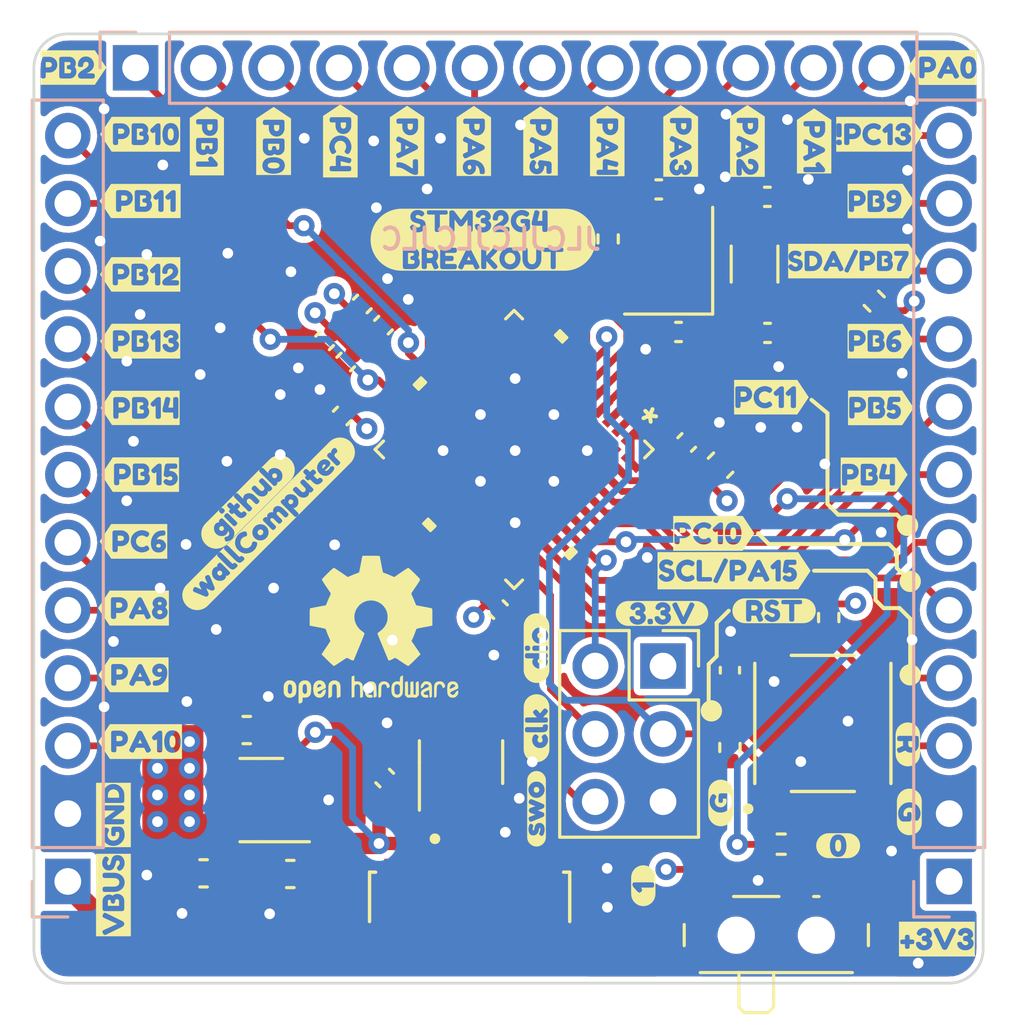
<source format=kicad_pcb>
(kicad_pcb (version 20211014) (generator pcbnew)
  (layers (0 "F.Cu" signal) (1 "In1.Cu" signal) (2 "In2.Cu" signal) (31 "B.Cu" signal) (34 "B.Paste" user) (35 "F.Paste" user) (36 "B.SilkS" user "B.Silkscreen") (37 "F.SilkS" user "F.Silkscreen") (38 "B.Mask" user) (39 "F.Mask" user) (44 "Edge.Cuts" user))
  (net 0 "")
  (net 1 "+3V3")
  (net 2 "GND")
  (net 3 "/OSC32_IN")
  (net 4 "/OSC_IN")
  (net 5 "/OSC32_OUT")
  (net 6 "VBUS")
  (net 7 "/USB_C_D+")
  (net 8 "/USB_C_D-")
  (net 10 "Net-(R2-Pad2)")
  (net 11 "/PA_{13}_SWDIO")
  (net 12 "/PA_{14}_SWCLK")
  (net 13 "/PB_{3}_SWO")
  (net 14 "/PB_{8}_BOOT_{0}")
  (net 15 "/OSC_OUT")
  (net 16 "PC_{13}")
  (net 17 "PA_{0}")
  (net 18 "PA_{1}")
  (net 19 "PA_{2}")
  (net 20 "PA_{3}")
  (net 21 "PA_{4}")
  (net 22 "PA_{5}")
  (net 23 "PA_{6}")
  (net 24 "PA_{7}")
  (net 25 "PC_{4}")
  (net 26 "PB_{0}")
  (net 27 "PB_{1}")
  (net 28 "PB_{2}")
  (net 29 "PB_{10}")
  (net 30 "PB_{11}")
  (net 31 "PB_{12}")
  (net 32 "PB_{13}")
  (net 33 "PB_{14}")
  (net 34 "PB_{15}")
  (net 35 "PC_{6}")
  (net 36 "PA_{8}")
  (net 37 "PA_{9}")
  (net 38 "PA_{10}")
  (net 39 "USB_D-")
  (net 40 "USB_D+")
  (net 41 "PA_{15}")
  (net 42 "PC_{10}")
  (net 43 "PC_{11}")
  (net 44 "PB_{4}")
  (net 45 "PB_{5}")
  (net 46 "PB_{6}")
  (net 47 "PB_{7}")
  (net 48 "PB_{9}")
  (net 49 "Net-(C14-Pad1)")
  (net 50 "Net-(C16-Pad1)")
  (net 51 "unconnected-(J1-PadS1)")
  (net 52 "~{RST}")
  (footprint "kibuzzard-625EB17A" (layer "F.Cu") (at 94 114.5 -90)
    (fp_text reference "kibuzzard-625EB17A" hide)
    (fp_text value "G***" hide)
  )
  (footprint "kibuzzard-625EB11D" (layer "F.Cu") (at 83.75 114.5 -90)
    (fp_text reference "kibuzzard-625EB11D" hide)
    (fp_text value "G***" hide)
  )
  (footprint "kibuzzard-625EABA6" (layer "F.Cu") (at 68.75 127)
    (fp_text reference "kibuzzard-625EABA6" hide)
    (fp_text value "G***" hide)
  )
  (footprint "kibuzzard-625C3321" (layer "F.Cu") (at 83.6 133.5 90)
    (fp_text reference "kibuzzard-625C3321" hide)
    (fp_text value "G***" hide)
  )
  (footprint "Resistor_SMD:R_0402_1005Metric" (layer "F.Cu") (at 90.845 137.222 -90)
    (fp_text reference "R1" hide)
    (fp_text value "10KΩ" hide)
  )
  (footprint "kibuzzard-625C2F2F" (layer "F.Cu") (at 98.6 144.4)
    (fp_text reference "kibuzzard-625C2F2F" hide)
    (fp_text value "G***" hide)
  )
  (footprint "Resistor_SMD:R_0402_1005Metric" (layer "F.Cu") (at 94.547 132.355 90)
    (fp_text reference "R4" hide)
    (fp_text value "2.2KΩ" hide)
  )
  (footprint "kibuzzard-625F331C" (layer "F.Cu") (at 72.792 128.024 45)
    (fp_text reference "kibuzzard-625F331C" hide)
    (fp_text value "G***" hide)
  )
  (footprint "kibuzzard-625EB0F6" (layer "F.Cu") (at 78.75 114.5 -90)
    (fp_text reference "kibuzzard-625EB0F6" hide)
    (fp_text value "G***" hide)
  )
  (footprint "kibuzzard-625EF765" (layer "F.Cu") (at 92.5 132.1)
    (fp_text reference "kibuzzard-625EF765" hide)
    (fp_text value "G***" hide)
  )
  (footprint "Resistor_SMD:R_0402_1005Metric" (layer "F.Cu") (at 92.766 140.843)
    (fp_text reference "R2" hide)
    (fp_text value "10KΩ" hide)
  )
  (footprint "Connector_PinSocket_2.54mm:PinSocket_2x03_P2.54mm_Vertical" (layer "F.Cu") (at 88.339 134.172)
    (fp_text reference "J2" hide)
    (fp_text value "Conn_02x03_Odd_Even" hide)
  )
  (footprint "Symbol:OSHW-Logo2_7.3x6mm_SilkScreen" (layer "F.Cu") (at 77.4 132.8)
    (fp_text reference "REF**" hide)
    (fp_text value "OSHW-Logo2_7.3x6mm_SilkScreen" hide)
  )
  (footprint "Resistor_SMD:R_0402_1005Metric" (layer "F.Cu") (at 96.25 120.5 -45)
    (fp_text reference "R5" hide)
    (fp_text value "2.2KΩ" hide)
  )
  (footprint "Capacitor_SMD:C_0402_1005Metric" (layer "F.Cu") (at 77.912 138.366 135)
    (fp_text reference "C13" hide)
    (fp_text value "100nF" hide)
  )
  (footprint "Resistor_SMD:R_0402_1005Metric" (layer "F.Cu") (at 86.282142 118.169968 -90)
    (fp_text reference "R3" hide)
    (fp_text value "470Ω" hide)
  )
  (footprint "kibuzzard-625EB2BE" (layer "F.Cu") (at 96.25 127)
    (fp_text reference "kibuzzard-625EB2BE" hide)
    (fp_text value "G***" hide)
  )
  (footprint "Capacitor_SMD:C_0402_1005Metric" (layer "F.Cu") (at 77.866115 121.400287 45)
    (fp_text reference "C11" hide)
    (fp_text value "1µF" hide)
  )
  (footprint "kibuzzard-625EB275" (layer "F.Cu") (at 95.5 119)
    (fp_text reference "kibuzzard-625EB275" hide)
    (fp_text value "G***" hide)
  )
  (footprint "Capacitor_SMD:C_0402_1005Metric" (layer "F.Cu") (at 92.247999 116.593)
    (fp_text reference "C12" hide)
    (fp_text value "15pF" hide)
  )
  (footprint "kibuzzard-625EABB3" (layer "F.Cu") (at 68.5 129.5)
    (fp_text reference "kibuzzard-625EABB3" hide)
    (fp_text value "G***" hide)
  )
  (footprint "kibuzzard-625C2A9D" (layer "F.Cu") (at 67.75 142.75 90)
    (fp_text reference "kibuzzard-625C2A9D" hide)
    (fp_text value "G***" hide)
  )
  (footprint "Capacitor_SMD:C_0402_1005Metric" (layer "F.Cu") (at 77.074156 120.608327 45)
    (fp_text reference "C9" hide)
    (fp_text value "100nF" hide)
  )
  (footprint "kibuzzard-625EAB92" (layer "F.Cu") (at 68.75 122)
    (fp_text reference "kibuzzard-625EAB92" hide)
    (fp_text value "G***" hide)
  )
  (footprint "Capacitor_SMD:C_0402_1005Metric" (layer "F.Cu") (at 89.225589 125.795411 45)
    (fp_text reference "C6" hide)
    (fp_text value "100nF" hide)
  )
  (footprint "MOLEX_473460001:MOLEX_47346-0001" (layer "F.Cu") (at 81.094 144.742)
    (fp_text reference "J1" hide)
    (fp_text value "47346-0001" hide)
  )
  (footprint "Capacitor_SMD:C_0402_1005Metric" (layer "F.Cu") (at 76.319672 124.803592 -135)
    (fp_text reference "C10" hide)
    (fp_text value "100nF" hide)
  )
  (footprint "kibuzzard-625EAB72" (layer "F.Cu") (at 68.75 119.5)
    (fp_text reference "kibuzzard-625EAB72" hide)
    (fp_text value "G***" hide)
  )
  (footprint "Capacitor_SMD:C_0402_1005Metric" (layer "F.Cu") (at 88.919142 121.655967 180)
    (fp_text reference "C7" hide)
    (fp_text value "15pF" hide)
  )
  (footprint "kibuzzard-625EABD7" (layer "F.Cu") (at 68.5 134.5)
    (fp_text reference "kibuzzard-625EABD7" hide)
    (fp_text value "G***" hide)
  )
  (footprint "kibuzzard-625EB2AC" (layer "F.Cu") (at 96.5 124.5)
    (fp_text reference "kibuzzard-625EB2AC" hide)
    (fp_text value "G***" hide)
  )
  (footprint "kibuzzard-625EAB2F" (layer "F.Cu") (at 68.75 116.75)
    (fp_text reference "kibuzzard-625EAB2F" hide)
    (fp_text value "G***" hide)
  )
  (footprint "kibuzzard-625EDF71" (layer "F.Cu") (at 90.5 139.3 90)
    (fp_text reference "kibuzzard-625EDF71" hide)
    (fp_text value "G***" hide)
  )
  (footprint "kibuzzard-625EB3ED" (layer "F.Cu") (at 91 130.6)
    (fp_text reference "kibuzzard-625EB3ED" hide)
    (fp_text value "G***" hide)
  )
  (footprint "kibuzzard-625EAB9B" (layer "F.Cu") (at 68.75 124.5)
    (fp_text reference "kibuzzard-625EAB9B" hide)
    (fp_text value "G***" hide)
  )
  (footprint "kibuzzard-625EB149" (layer "F.Cu") (at 89 114.5 -90)
    (fp_text reference "kibuzzard-625EB149" hide)
    (fp_text value "G***" hide)
  )
  (footprint "kibuzzard-625EF5DE" (layer "F.Cu") (at 97.51 137.106 -90)
    (fp_text reference "kibuzzard-625EF5DE" hide)
    (fp_text value "G***" hide)
  )
  (footprint "kibuzzard-625C3253" (layer "F.Cu") (at 87.6 142.4 90)
    (fp_text reference "kibuzzard-625C3253" hide)
    (fp_text value "G***" hide)
  )
  (footprint "kibuzzard-625EACF4" (layer "F.Cu") (at 76.25 114.5 -90)
    (fp_text reference "kibuzzard-625EACF4" hide)
    (fp_text value "G***" hide)
  )
  (footprint "kibuzzard-625EB29C" (layer "F.Cu") (at 96.5 122)
    (fp_text reference "kibuzzard-625EB29C" hide)
    (fp_text value "G***" hide)
  )
  (footprint "Capacitor_SMD:C_0603_1608Metric" (layer "F.Cu") (at 71.1265 141.936 180)
    (fp_text reference "C17" hide)
    (fp_text value "10µF" hide)
  )
  (footprint "kibuzzard-625EB131" (layer "F.Cu") (at 86.25 114.5 -90)
    (fp_text reference "kibuzzard-625EB131" hide)
    (fp_text value "G***" hide)
  )
  (footprint "kibuzzard-625F32F4" (layer "F.Cu") (at 73.563 128.843 45)
    (fp_text reference "kibuzzard-625F32F4" hide)
    (fp_text value "G***" hide)
  )
  (footprint "Capacitor_SMD:C_0402_1005Metric" (layer "F.Cu") (at 76.452609 122.781267 -135)
    (fp_text reference "C1" hide)
    (fp_text value "100nF" hide)
  )
  (footprint "Capacitor_SMD:C_0402_1005Metric" (layer "F.Cu") (at 92.254 121.690999)
    (fp_text reference "C3" hide)
    (fp_text value "15pF" hide)
  )
  (footprint "Capacitor_SMD:C_0603_1608Metric" (layer "F.Cu") (at 74.3765 141.961 180)
    (fp_text reference "C15" hide)
    (fp_text value "10µF" hide)
  )
  (footprint "kibuzzard-625EAC98" (layer "F.Cu") (at 71.25 114.5 -90)
    (fp_text reference "kibuzzard-625EAC98" hide)
    (fp_text value "G***" hide)
  )
  (footprint "Capacitor_SMD:C_0402_1005Metric" (layer "F.Cu") (at 88.179142 116.315967)
    (fp_text reference "C14" hide)
    (fp_text value "15pF" hide)
  )
  (footprint "STM32G431CBU6:STM32G431CBU6" (layer "F.Cu") (at 82.76 126.058 -135)
    (fp_text reference "U1" hide)
    (fp_text value "STM32G431CBU6" hide)
  )
  (footprint "kibuzzard-625C2AA9" (layer "F.Cu") (at 67.75 139.75 90)
    (fp_text reference "kibuzzard-625C2AA9" hide)
    (fp_text value "G***" hide)
  )
  (footprint "Capacitor_SMD:C_0402_1005Metric" (layer "F.Cu") (at 75.660649 121.989307 -135)
    (fp_text reference "C2" hide)
    (fp_text value "1µF" hide)
  )
  (footprint "Capacitor_SMD:C_0402_1005Metric" (layer "F.Cu") (at 90.845 134.327 90)
    (fp_text reference "C4" hide)
    (fp_text value "100nF" hide)
  )
  (footprint "kibuzzard-625C332D" (layer "F.Cu") (at 83.6 139.518 90)
    (fp_text reference "kibuzzard-625C332D" hide)
    (fp_text value "G***" hide)
  )
  (footprint "Capacitor_SMD:C_0603_1608Metric" (layer "F.Cu") (at 72.7435 136.569)
    (fp_text reference "C16" hide)
    (fp_text value "10µF" hide)
  )
  (footprint "kibuzzard-625C321F" (layer "F.Cu") (at 94.9 140.9)
    (fp_text reference "kibuzzard-625C321F" hide)
    (fp_text value "G***" hide)
  )
  (footprint "kibuzzard-625EF74A" (layer "F.Cu") (at 88.3 132.2)
    (fp_text reference "kibuzzard-625EF74A" hide)
    (fp_text value "G***" hide)
  )
  (footprint "kibuzzard-625EA97F" (layer "F.Cu") (at 66.25 111.75)
    (fp_text reference "kibuzzard-625EA97F" hide)
    (fp_text value "G***" hide)
  )
  (footprint "kibuzzard-625EB164" (layer "F.Cu") (at 91.5 114.5 -90)
    (fp_text reference "kibuzzard-625EB164" hide)
    (fp_text value "G***" hide)
  )
  (footprint "kibuzzard-625EB109" (layer "F.Cu") (at 81.25 114.5 -90)
    (fp_text reference "kibuzzard-625EB109" hide)
    (fp_text value "G***" hide)
  )
  (footprint "Crystal:Crystal_SMD_3225-4Pin_3.2x2.5mm" (layer "F.Cu") (at 88.549141 118.985967 90)
    (fp_text reference "Y2" hide)
    (fp_text value "Crystal_GND24_Small" hide)
  )
  (footprint "kibuzzard-625EDF71" (layer "F.Cu") (at 97.567 139.635 -90)
    (fp_text reference "kibuzzard-625EDF71" hide)
    (fp_text value "G***" hide)
  )
  (footprint "kibuzzard-625C3562" (layer "F.Cu") (at 81.6 118.2)
    (fp_text reference "kibuzzard-625C3562" hide)
    (fp_text value "G***" hide)
  )
  (footprint "Crystal:Crystal_SMD_3215-2Pin_3.2x1.5mm" (layer "F.Cu") (at 91.768 119.113 -90)
    (fp_text reference "Y1" hide)
    (fp_text value "Crystal_Small" hide)
  )
  (footprint "kibuzzard-625EAC54" (layer "F.Cu") (at 73.75 114.5 -90)
    (fp_text reference "kibuzzard-625EAC54" hide)
    (fp_text value "G***" hide)
  )
  (footprint "Button_Switch_SMD:SW_SPDT_PCM12" (layer "F.Cu") (at 92.583 143.924)
    (fp_text reference "SW1" hide)
    (fp_text value "SW_SPDT" hide)
  )
  (footprint "kibuzzard-625EABEB" (layer "F.Cu") (at 68.75 137)
    (fp_text reference "kibuzzard-625EABEB" hide)
    (fp_text value "G***" hide)
  )
  (footprint "kibuzzard-625EB1FB" (layer "F.Cu") (at 96.5 116.75)
    (fp_text reference "kibuzzard-625EB1FB" hide)
    (fp_text value "G***" hide)
  )
  (footprint "kibuzzard-625F2D40" (layer "F.Cu") (at 98.8 111.75)
    (fp_text reference "kibuzzard-625F2D40" hide)
    (fp_text value "G***" hide)
  )
  (footprint "kibuzzard-625EF7B7" (layer "F.Cu") (at 96.45 114.25)
    (fp_text reference "kibuzzard-625EF7B7" hide)
    (fp_text value "G***" hide)
  )
  (footprint "TS-1187A-B-A-B:SW_TS-1187A-B-A-B" (layer "F.Cu") (at 94.327 136.3205 90)
    (fp_text reference "S1" hide)
    (fp_text value "TS-1187A-B-A-B" hide)
  )
  (footprint "Capacitor_SMD:C_0603_1608Metric" (layer "F.Cu") (at 90.494846 126.647475 45)
    (fp_text reference "C5" hide)
    (fp_text value "10µF" hide)
  )
  (footprint "Capacitor_SMD:C_0402_1005Metric" (layer "F.Cu") (at 82.173823 132.057 -45)
    (fp_text reference "C8" hide)
    (fp_text value "100nF" hide)
  )
  (footprint "kibuzzard-625EB353" (layer "F.Cu") (at 92.4 124.1)
    (fp_text reference "kibuzzard-625EB353" hide)
    (fp_text value "G***" hide)
  )
  (footprint "Package_TO_SOT_SMD:SOT-23-5" (layer "F.Cu") (at 73.289 139.192 180)
    (fp_text reference "U3" hide)
    (fp_text value "TPS73633DBV" hide)
  )
  (footprint "kibuzzard-625C3326" (layer "F.Cu") (at 83.6 136.5 90)
    (fp_text reference "kibuzzard-625C3326" hide)
    (fp_text value "G***" hide)
  )
  (footprint "Package_TO_SOT_SMD:SOT-23-6" (layer "F.Cu") (at 80.772 137.7696 90)
    (fp_text reference "U2" hide)
    (fp_text value "USBLC6-2SC6" hide)
  )
  (footprint "kibuzzard-625EB36F" (layer "F.Cu") (at 90.24 129.2)
    (fp_text reference "kibuzzard-625EB36F" hide)
    (fp_text value "G***" hide)
  )
  (footprint "kibuzzard-625EA961" (layer "F.Cu") (at 68.75 114.25)
    (fp_text reference "kibuzzard-625EA961" hide)
    (fp_text value "G***" hide)
  )
  (footprint "kibuzzard-625EABC2" (layer "F.Cu") (at 68.5 132)
    (fp_text reference "kibuzzard-625EABC2" hide)
    (fp_text value "G***" hide)
  )
  (footprint "Connector_PinHeader_2.54mm:PinHeader_1x12_P2.54mm_Vertical" (layer "B.Cu") (at 99.06 142.24)
    (fp_text reference "J5" hide)
    (fp_text value "Conn_01x12" hide)
  )
  (footprint "Connector_PinHeader_2.54mm:PinHeader_1x12_P2.54mm_Vertical" (layer "B.Cu") (at 68.58 111.76 -90)
    (fp_text reference "J4" hide)
    (fp_text value "Conn_01x12" hide)
  )
  (footprint "Connector_PinHeader_2.54mm:PinHeader_1x12_P2.54mm_Vertical" (layer "B.Cu") (at 66.04 142.24)
    (fp_text reference "J3" hide)
    (fp_text value "Conn_01x12" hide)
  )
  (gr_circle (center 97.5 128.9) (end 97.7 128.9) (layer "F.SilkS") (width 0.4) (fill none))
  (gr_line (start 90.35 132.55) (end 90.35 133.8) (layer "F.SilkS") (width 0.15))
  (gr_circle (center 90.15 135.85) (end 90.35 135.85) (layer "F.SilkS") (width 0.4) (fill none))
  (gr_line (start 97.1 128.5) (end 97.5 128.9) (layer "F.SilkS") (width 0.15))
  (gr_line (start 96.3 131.7) (end 96.3 130.9) (layer "F.SilkS") (width 0.15))
  (gr_circle (center 97.6 131) (end 97.8 131) (layer "F.SilkS") (width 0.4) (fill none))
  (gr_line (start 97.1 130.5) (end 97.6 131) (layer "F.SilkS") (width 0.15))
  (gr_line (start 94.9 128.5) (end 94.5 128.1) (layer "F.SilkS") (width 0.15))
  (gr_line (start 92.3 129.6) (end 91.9 129.2) (layer "F.SilkS") (width 0.15))
  (gr_line (start 96.6 132) (end 96.3 131.7) (layer "F.SilkS") (width 0.15))
  (gr_line (start 90.05 134.1) (end 90.05 136) (layer "F.SilkS") (width 0.15))
  (gr_line (start 97.6 132.4) (end 97.2 132) (layer "F.SilkS") (width 0.15))
  (gr_line (start 90.35 133.8) (end 90.05 134.1) (layer "F.SilkS") (width 0.15))
  (gr_line (start 94.5 124.7) (end 93.9 124.2) (layer "F.SilkS") (width 0.15))
  (gr_line (start 96 130.6) (end 94 130.6) (layer "F.SilkS") (width 0.15))
  (gr_line (start 97.2 132) (end 96.6 132) (layer "F.SilkS") (width 0.15))
  (gr_line (start 94.5 128.1) (end 94.5 124.7) (layer "F.SilkS") (width 0.15))
  (gr_line (start 97.1 129.9) (end 96.8 129.6) (layer "F.SilkS") (width 0.15))
  (gr_line (start 90.8 132.1) (end 90.35 132.55) (layer "F.SilkS") (width 0.15))
  (gr_line (start 96.8 128.5) (end 94.9 128.5) (layer "F.SilkS") (width 0.15))
  (gr_circle (center 97.6 134.5) (end 97.8 134.5) (layer "F.SilkS") (width 0.4) (fill none))
  (gr_line (start 96.3 130.9) (end 96 130.6) (layer "F.SilkS") (width 0.15))
  (gr_line (start 96.8 129.6) (end 92.3 129.6) (layer "F.SilkS") (width 0.15))
  (gr_line (start 96.8 128.5) (end 97.1 128.5) (layer "F.SilkS") (width 0.15))
  (gr_line (start 97.1 130.5) (end 97.1 129.9) (layer "F.SilkS") (width 0.15))
  (gr_line (start 97.6 134.5) (end 97.6 132.4) (layer "F.SilkS") (width 0.15))
  (gr_line (start 100.33 143.51) (end 100.33 144.78) (layer "Edge.Cuts") (width 0.1))
  (gr_arc (start 64.77 111.76) (mid 65.141974 110.861974) (end 66.04 110.49) (layer "Edge.Cuts") (width 0.1))
  (gr_arc (start 66.04 146.05) (mid 65.141974 145.678026) (end 64.77 144.78) (layer "Edge.Cuts") (width 0.1))
  (gr_arc (start 100.33 144.78) (mid 99.958026 145.678026) (end 99.06 146.05) (layer "Edge.Cuts") (width 0.1))
  (gr_line (start 100.33 143.51) (end 100.33 111.76) (layer "Edge.Cuts") (width 0.1))
  (gr_line (start 64.77 111.76) (end 64.77 144.78) (layer "Edge.Cuts") (width 0.1))
  (gr_line (start 99.06 110.49) (end 66.04 110.49) (layer "Edge.Cuts") (width 0.1))
  (gr_arc (start 99.06 110.49) (mid 99.958026 110.861974) (end 100.33 111.76) (layer "Edge.Cuts") (width 0.1))
  (gr_line (start 99.06 146.05) (end 66.04 146.05) (layer "Edge.Cuts") (width 0.1))
  (gr_text "JLCJLCJLCJLC" (at 81.883 118.178) (layer "B.SilkS") (effects (font (size 0.8 0.8)) (justify mirror)))
  (segment (start 81.236 132.315) (end 81.236 132.328) (width 0.254) (layer "F.Cu") (net 1))
  (segment (start 71.9015 141.936) (end 71.9015 140.392) (width 0.8) (layer "F.Cu") (net 1))
  (segment (start 88.886178 126.134822) (end 88.886178 126.134823) (width 0.254) (layer "F.Cu") (net 1))
  (segment (start 89.628 141.789) (end 88.454 141.789) (width 0.254) (layer "F.Cu") (net 1))
  (segment (start 71.9015 140.392) (end 72.1515 140.142) (width 0.8) (layer "F.Cu") (net 1))
  (segment (start 79.78704 124.145701) (end 77.526704 121.885365) (width 0.254) (layer "F.Cu") (net 1))
  (segment (start 76.792021 122.441856) (end 76.00006 121.649895) (width 0.254) (layer "F.Cu") (net 1))
  (segment (start 88.31127 125.559914) (end 88.886178 126.134822) (width 0.254) (layer "F.Cu") (net 1))
  (segment (start 77.239618 125.278061) (end 76.659083 124.697526) (width 0.254) (layer "F.Cu") (net 1))
  (segment (start 81.236 132.328) (end 81.25 132.342) (width 0.254) (layer "F.Cu") (net 1))
  (segment (start 89.946838 127.195483) (end 89.950483 127.195483) (width 0.254) (layer "F.Cu") (net 1))
  (segment (start 77.376089 122.441856) (end 76.792021 122.441856) (width 0.254) (layer "F.Cu") (net 1))
  (segment (start 81.834412 131.717589) (end 81.833411 131.717589) (width 0.254) (layer "F.Cu") (net 1))
  (segment (start 76.00006 121.649895) (end 75.306388 120.956223) (width 0.254) (layer "F.Cu") (net 1))
  (segment (start 90.845 137.732) (end 90.333 138.244) (width 0.254) (layer "F.Cu") (net 1))
  (segment (start 81.53 130.469982) (end 81.53 131.413177) (width 0.254) (layer "F.Cu") (net 1))
  (segment (start 77.526704 121.885365) (end 77.526704 121.739698) (width 0.254) (layer "F.Cu") (net 1))
  (segment (start 89.950483 127.195483) (end 90.735 127.98) (width 0.254) (layer "F.Cu") (net 1))
  (segment (start 77.526704 121.739698) (end 76.734744 120.947738) (width 0.254) (layer "F.Cu") (net 1))
  (segment (start 77.9842 124.464181) (end 76.659083 124.464181) (width 0.254) (layer "F.Cu") (net 1))
  (segment (start 88.886178 126.134823) (end 89.946838 127.195483) (width 0.254) (layer "F.Cu") (net 1))
  (segment (start 87.147173 125.559914) (end 88.31127 125.559914) (width 0.254) (layer "F.Cu") (net 1))
  (segment (start 81.53 131.413177) (end 81.834412 131.717589) (width 0.254) (layer "F.Cu") (net 1))
  (segment (start 76.659083 124.697526) (end 76.659083 124.464181) (width 0.254) (layer "F.Cu") (net 1))
  (segment (start 81.833411 131.717589) (end 81.236 132.315) (width 0.254) (layer "F.Cu") (net 1))
  (segment (start 76.024808 120.237802) (end 76.024808 120.220833) (width 0.254) (layer "F.Cu") (net 1))
  (segment (start 94.547 131.845) (end 95.526 131.845) (width 0.254) (layer "F.Cu") (net 1))
  (segment (start 76.734744 120.947738) (end 76.024808 120.237802) (width 0.254) (layer "F.Cu") (net 1))
  (segment (start 75.306388 120.956223) (end 75.306388 120.939254) (width 0.254) (layer "F.Cu") (net 1))
  (segment (start 95.526 131.845) (end 95.55 131.821) (width 0.254) (layer "F.Cu") (net 1))
  (segment (start 79.433487 124.499254) (end 77.376089 122.441856) (width 0.254) (layer "F.Cu") (net 1))
  (segment (start 78.72638 125.206361) (end 77.9842 124.464181) (width 0.254) (layer "F.Cu") (net 1))
  (segment (start 87.147173 125.559914) (end 87.147173 126.556086) (width 0.254) (layer "F.Cu") (net 1))
  (segment (start 90.333 138.244) (end 90.333 142.494) (width 0.254) (layer "F.Cu") (net 1))
  (segment (start 81.908361 130.091621) (end 81.53 130.469982) (width 0.254) (layer "F.Cu") (net 1))
  (segment (start 96.610624 120.860624) (end 97.389376 120.860624) (width 0.254) (layer "F.Cu") (net 1))
  (segment (start 90.333 142.494) (end 89.628 141.789) (width 0.254) (layer "F.Cu") (net 1))
  (segment (start 97.389376 120.860624) (end 97.75 120.5) (width 0.254) (layer "F.Cu") (net 1))
  (via (at 70.6 138) (size 0.8) (drill 0.4) (layers "F.Cu" "B.Cu") (net 1))
  (via (at 69.4 138) (size 0.8) (drill 0.4) (layers "F.Cu" "B.Cu") (net 1))
  (via (at 75.306388 120.939254) (size 0.8) (drill 0.4) (layers "F.Cu" "B.Cu") (net 1))
  (via (at 76.024808 120.220833) (size 0.8) (drill 0.4) (layers "F.Cu" "B.Cu") (net 1))
  (via (at 90.735 127.98) (size 0.8) (drill 0.4) (layers "F.Cu" "B.Cu") (net 1))
  (via (at 70.6 139) (size 0.8) (drill 0.4) (layers "F.Cu" "B.Cu") (net 1))
  (via (at 81.25 132.342) (size 0.8) (drill 0.4) (layers "F.Cu" "B.Cu") (net 1))
  (via (at 97.75 120.5) (size 0.8) (drill 0.4) (layers "F.Cu" "B.Cu") (net 1))
  (via (at 77.239618 125.278061) (size 0.8) (drill 0.4) (layers "F.Cu" "B.Cu") (net 1))
  (via (at 95.55 131.821) (size 0.8) (drill 0.4) (layers "F.Cu" "B.Cu") (net 1))
  (via (at 69.4 139) (size 0.8) (drill 0.4) (layers "F.Cu" "B.Cu") (net 1))
  (via (at 70.6 137) (size 0.8) (drill 0.4) (layers "F.Cu" "B.Cu") (net 1))
  (via (at 70.6 140) (size 0.8) (drill 0.4) (layers "F.Cu" "B.Cu") (net 1))
  (via (at 69.4 140) (size 0.8) (drill 0.4) (layers "F.Cu" "B.Cu") (net 1))
  (via (at 88.454 141.789) (size 0.8) (drill 0.4) (layers "F.Cu" "B.Cu") (net 1))
  (segment (start 91.128533 126.099467) (end 91.999 125.229) (width 0.254) (layer "F.Cu") (net 2))
  (segment (start 89.399141 118.385968) (end 89.399141 117.885967) (width 0.254) (layer "F.Cu") (net 2))
  (segment (start 77.413567 120.268916) (end 77.413567 120.262433) (width 0.254) (layer "F.Cu") (net 2))
  (segment (start 76.113198 123.120678) (end 75.321238 122.328718) (width 0.254) (layer "F.Cu") (net 2))
  (segment (start 91.042854 126.099467) (end 91.128533 126.099467) (width 0.254) (layer "F.Cu") (net 2))
  (segment (start 89.684033 116.315967) (end 89.7 116.3) (width 0.254) (layer "F.Cu") (net 2))
  (segment (start 88.439142 121.655967) (end 87.699141 120.915966) (width 0.254) (layer "F.Cu") (net 2))
  (segment (start 90.845 133.847) (end 90.845 132.895) (width 0.254) (layer "F.Cu") (net 2))
  (segment (start 89.399141 117.055966) (end 89.399141 117.885967) (width 0.254) (layer "F.Cu") (net 2))
  (segment (start 75.321238 122.328718) (end 74.67777 122.972186) (width 0.254) (layer "F.Cu") (net 2))
  (segment (start 75.485993 123.747883) (end 75.485993 123.812936) (width 0.254) (layer "F.Cu") (net 2))
  (segment (start 75.980261 125.143004) (end 75.485993 124.648736) (width 0.254) (layer "F.Cu") (net 2))
  (segment (start 91.042854 125.638854) (end 90.449 125.045) (width 0.254) (layer "F.Cu") (net 2))
  (segment (start 88.439142 121.655967) (end 88.336033 121.655967) (width 0.254) (layer "F.Cu") (net 2))
  (segment (start 92.727999 116.593) (end 93.127 116.593) (width 0.254) (layer "F.Cu") (net 2))
  (segment (start 83.433 137.752) (end 83.439 137.758) (width 0.5) (layer "F.Cu") (net 2))
  (segment (start 91.042854 126.099467) (end 91.042854 125.638854) (width 0.254) (layer "F.Cu") (net 2))
  (segment (start 88.336033 121.655967) (end 87.689 122.303) (width 0.254) (layer "F.Cu") (net 2))
  (segment (start 74.67777 122.972186) (end 74.67777 123.004713) (width 0.254) (layer "F.Cu") (net 2))
  (segment (start 92.734 121.690999) (end 92.734 122.89) (width 0.254) (layer "F.Cu") (net 2))
  (segment (start 82.33 137.752) (end 83.433 137.752) (width 0.5) (layer "F.Cu") (net 2))
  (segment (start 80.772 138.9071) (end 80.772 138.417462) (width 0.5) (layer "F.Cu") (net 2))
  (segment (start 82.513234 133.248766) (end 82.002 133.76) (width 0.254) (layer "F.Cu") (net 2))
  (segment (start 77.413567 120.262433) (end 78.018 119.658) (width 0.254) (layer "F.Cu") (net 2))
  (segment (start 87.699141 120.915966) (end 87.699141 120.085967) (width 0.254) (layer "F.Cu") (net 2))
  (segment (start 93.127 116.593) (end 93.781 115.939) (width 0.254) (layer "F.Cu") (net 2))
  (segment (start 78.205526 121.060875) (end 77.413567 120.268916) (width 0.254) (layer "F.Cu") (net 2))
  (segment (start 80.772 138.417462) (end 81.437462 137.752) (width 0.5) (layer "F.Cu") (net 2))
  (segment (start 78.205526 121.060876) (end 78.205526 121.024474) (width 0.254) (layer "F.Cu") (net 2))
  (segment (start 75.485993 124.648736) (end 75.485993 123.812936) (width 0.254) (layer "F.Cu") (net 2))
  (segment (start 92.734 122.89) (end 92.671 122.953) (width 0.254) (layer "F.Cu") (net 2))
  (segment (start 88.659142 116.315967) (end 89.684033 116.315967) (width 0.254) (layer "F.Cu") (net 2))
  (segment (start 81.437462 137.752) (end 82.33 137.752) (width 0.5) (layer "F.Cu") (net 2))
  (segment (start 89.976 125.045) (end 89.565 125.456) (width 0.254) (layer "F.Cu") (net 2))
  (segment (start 88.659141 116.315967) (end 89.399141 117.055966) (width 0.254) (layer "F.Cu") (net 2))
  (segment (start 82.513234 132.396411) (end 82.513234 133.248766) (width 0.254) (layer "F.Cu") (net 2))
  (segment (start 87.699141 120.085967) (end 89.399141 118.385968) (width 0.254) (layer "F.Cu") (net 2))
  (segment (start 90.845 132.895) (end 90.87 132.87) (width 0.254) (layer "F.Cu") (net 2))
  (segment (start 76.113198 123.120678) (end 75.485993 123.747883) (width 0.254) (layer "F.Cu") (net 2))
  (segment (start 90.449 125.045) (end 89.976 125.045) (width 0.254) (layer "F.Cu") (net 2))
  (segment (start 78.205526 121.024474) (end 78.795 120.435) (width 0.254) (layer "F.Cu") (net 2))
  (via (at 70.47 129.614) (size 0.8) (drill 0.4) (layers "F.Cu" "B.Cu") (net 2))
  (via (at 77.5 114.5) (size 0.8) (drill 0.4) (layers "F.Cu" "B.Cu") (net 2))
  (via (at 82.953 139.126) (size 0.8) (drill 0.4) (layers "F.Cu" "B.Cu") (net 2))
  (via (at 72 126.5) (size 0.8) (drill 0.4) (layers "F.Cu" "B.Cu") (net 2))
  (via (at 71.75 121.5) (size 0.8) (drill 0.4) (layers "F.Cu" "B.Cu") (net 2))
  (via (at 82.002 133.76) (size 0.8) (drill 0.4) (layers "F.Cu" "B.Cu") (net 2))
  (via (at 86.246 141.749) (size 0.8) (drill 0.4) (layers "F.Cu" "B.Cu") (net 2))
  (via (at 75.811 139.185) (size 0.8) (drill 0.4) (layers "F.Cu" "B.Cu") (net 2))
  (via (at 93.5 137.75) (size 0.8) (drill 0.4) (layers "F.Cu" "B.Cu") (net 2))
  (via (at 80 114.4) (size 0.8) (drill 0.4) (layers "F.Cu" "B.Cu") (net 2))
  (via (at 74.4 119.4) (size 0.8) (drill 0.4) (layers "F.Cu" "B.Cu") (net 2))
  (via (at 81.5 127.25) (size 0.8) (drill 0.4) (layers "F.Cu" "B.Cu") (net 2))
  (via (at 97.67 133.19) (size 0.8) (drill 0.4) (layers "F.Cu" "B.Cu") (net 2))
  (via (at 73.601 143.453) (size 0.8) (drill 0.4) (layers "F.Cu" "B.Cu") (net 2))
  (via (at 70.32 143.437) (size 0.8) (drill 0.4) (layers "F.Cu" "B.Cu") (net 2))
  (via (at 67.75 133.25) (size 0.8) (drill 0.4) (layers "F.Cu" "B.Cu") (net 2))
  (via (at 78 136.3) (size 0.8) (drill 0.4) (layers "F.Cu" "B.Cu") (net 2))
  (via (at 82.8 126.1) (size 0.8) (drill 0.4) (layers "F.Cu" "B.Cu") (net 2))
  (via (at 68.25 122.75) (size 0.8) (drill 0.4) (layers "F.Cu" "B.Cu") (net 2))
  (via (at 69.6 115.4) (size 0.8) (drill 0.4) (layers "F.Cu" "B.Cu") (net 2))
  (via (at 84.25 124.75) (size 0.8) (drill 0.4) (layers "F.Cu" "B.Cu") (net 2))
  (via (at 90.671 115.845) (size 0.8) (drill 0.4) (layers "F.Cu" "B.Cu") (net 2))
  (via (at 76.038 129.629) (size 0.8) (drill 0.4) (layers "F.Cu" "B.Cu") (net 2))
  (via (at 95.268 136.235) (size 0.8) (drill 0.4) (layers "F.Cu" "B.Cu") (net 2))
  (via (at 75.485993 123.812936) (size 0.8) (drill 0.4) (layers "F.Cu" "B.Cu") (net 2))
  (via (at 89.7 116.3) (size 0.8) (drill 0.4) (layers "F.Cu" "B.Cu") (net 2))
  (via (at 71.6 132.8) (size 0.8) (drill 0.4) (layers "F.Cu" "B.Cu") (net 2))
  (via (at 74 124) (size 0.8) (drill 0.4) (layers "F.Cu" "B.Cu") (net 2))
  (via (at 97.5 117.8) (size 0.8) (drill 0.4) (layers "F.Cu" "B.Cu") (net 2))
  (via (at 92.5 134.75) (size 0.8) (drill 0.4) (layers "F.Cu" "B.Cu") (net 2))
  (via (at 97.5 115.6) (size 0.8) (drill 0.4) (layers "F.Cu" "B.Cu") (net 2))
  (via (at 93.781 115.939) (size 0.8) (drill 0.4) (layers "F.Cu" "B.Cu") (net 2))
  (via (at 78.795 120.435) (size 0.8) (drill 0.4) (layers "F.Cu" "B.Cu") (net 2))
  (via (at 82.8 123.4) (size 0.8) (drill 0.4) (layers "F.Cu" "B.Cu") (net 2))
  (via (at 68.5 125.75) (size 0.8) (drill 0.4) (layers "F.Cu" "B.Cu") (net 2))
  (via (at 67.25 118.25) (size 0.8) (drill 0.4) (layers "F.Cu" "B.Cu") (net 2))
  (via (at 87.689 122.303) (size 0.8) (drill 0.4) (layers "F.Cu" "B.Cu") (net 2))
  (via (at 93.36 125.222) (size 0.8) (drill 0.4) (layers "F.Cu" "B.Cu") (net 2))
  (via (at 77.3 135) (size 0.8) (drill 0.4) (layers "F.Cu" "B.Cu") (net 2))
  (via (at 92.671 122.953) (size 0.8) (drill 0.4) (layers "F.Cu" "B.Cu") (net 2))
  (via (at 97.3 123.2) (size 0.8) (drill 0.4) (layers "F.Cu" "B.Cu") (net 2))
  (via (at 94.4 126.6) (size 0.8) (drill 0.4) (layers "F.Cu" "B.Cu") (net 2))
  (via (at 93 113.7) (size 0.8) (drill 0.4) (layers "F.Cu" "B.Cu") (net 2))
  (via (at 90.87 132.87) (size 0.8) (drill 0.4) (layers "F.Cu" "B.Cu") (net 2))
  (via (at 69 118.75) (size 0.8) (drill 0.4) (layers "F.Cu" "B.Cu") (net 2))
  (via (at 74 126.25) (size 0.8) (drill 0.4) (layers "F.Cu" "B.Cu") (net 2))
  (via (at 73.75 131.25) (size 0.8) (drill 0.4) (layers "F.Cu" "B.Cu") (net 2))
  (via (at 82.43 140.396) (size 0.8) (drill 0.4) (layers "F.Cu" "B.Cu") (net 2))
  (via (at 96.9 141.1) (size 0.8) (drill 0.4) (layers "F.Cu" "B.Cu") (net 2))
  (via (at 82.8 128.8) (size 0.8) (drill 0.4) (layers "F.Cu" "B.Cu") (net 2))
  (via (at 97.9 145.3) (size 0.8) (drill 0.4) (layers "F.Cu" "B.Cu") (net 2))
  (via (at 79.5 116.3) (size 0.8) (drill 0.4) (layers "F.Cu" "B.Cu") (net 2))
  (via (at 96.513 129.161) (size 0.8) (drill 0.4) (layers "F.Cu" "B.Cu") (net 2))
  (via (at 68.75 121) (size 0.8) (drill 0.4) (layers "F.Cu" "B.Cu") (net 2))
  (via (at 91.999 125.229) (size 0.8) (drill 0.4) (layers "F.Cu" "B.Cu") (net 2))
  (via (at 87.749 130.104) (size 0.8) (drill 0.4) (layers "F.Cu" "B.Cu") (net 2))
  (via (at 84.25 127.25) (size 0.8) (drill 0.4) (layers "F.Cu" "B.Cu") (net 2))
  (via (at 73.549 135.312) (size 0.8) (drill 0.4) (layers "F.Cu" "B.Cu") (net 2))
  (via (at 67.4 113.3) (size 0.8) (drill 0.4) (layers "F.Cu" "B.Cu") (net 2))
  (via (at 86.254 143.206) (size 0.8) (drill 0.4) (layers "F.Cu" "B.Cu") (net 2))
  (via (at 80.1 126.1) (size 0.8) (drill 0.4) (layers "F.Cu" "B.Cu") (net 2))
  (via (at 97.6 113) (size 0.8) (drill 0.4) (layers "F.Cu" "B.Cu") (net 2))
  (via (at 78.2 133.2) (size 0.8) (drill 0.4) (layers "F.Cu" "B.Cu") (net 2))
  (via (at 81.5 124.75) (size 0.8) (drill 0.4) (layers "F.Cu" "B.Cu") (net 2))
  (via (at 74.9 114.4) (size 0.8) (drill 0.4) (layers "F.Cu" "B.Cu") (net 2))
  (via (at 78.018 119.658) (size 0.8) (drill 0.4) (layers "F.Cu" "B.Cu") (net 2))
  (via (at 74.67777 123.004713) (size 0.8) (drill 0.4) (layers "F.Cu" "B.Cu") (net 2))
  (via (at 72.036 118.707) (size 0.8) (drill 0.4) (layers "F.Cu" "B.Cu") (net 2))
  (via (at 77.6 117) (size 0.8) (drill 0.4) (layers "F.Cu" "B.Cu") (net 2))
  (via (at 91.9 142.2) (size 0.8) (drill 0.4) (layers "F.Cu" "B.Cu") (net 2))
  (via (at 67.4 135.7) (size 0.8) (drill 0.4) (layers "F.Cu" "B.Cu") (net 2))
  (via (at 83 113.9) (size 0.8) (drill 0.4) (layers "F.Cu" "B.Cu") (net 2))
  (via (at 69 142) (size 0.8) (drill 0.4) (layers "F.Cu" "B.Cu") (net 2))
  (via (at 70.5 135.5) (size 0.8) (drill 0.4) (layers "F.Cu" "B.Cu") (net 2))
  (via (at 68.246 127.979) (size 0.8) (drill 0.4) (layers "F.Cu" "B.Cu") (net 2))
  (via (at 90.7 113.5) (size 0.8) (drill 0.4) (layers "F.Cu" "B.Cu") (net 2))
  (via (at 83.439 137.758) (size 0.8) (drill 0.4) (layers "F.Cu" "B.Cu") (net 2))
  (via (at 71 123.25) (size 0.8) (drill 0.4) (layers "F.Cu" "B.Cu") (net 2))
  (via (at 90.449 125.045) (size 0.8) (drill 0.4) (layers "F.Cu" "B.Cu") (net 2))
  (via (at 85.5 126.1) (size 0.8) (drill 0.4) (layers "F.Cu" "B.Cu") (net 2))
  (via (at 69.5 131.25) (size 0.8) (drill 0.4) (layers "F.Cu" "B.Cu") (net 2))
  (segment (start 86.440066 124.852806) (end 87.405832 123.88704) (width 0.254) (layer "F.Cu") (net 3))
  (segment (start 91.774 120.369) (end 91.768 120.363) (width 0.254) (layer "F.Cu") (net 3))
  (segment (start 91.774 122.663) (end 91.774 121.690999) (width 0.254) (layer "F.Cu") (net 3))
  (segment (start 91.774 121.690999) (end 91.774 120.369) (width 0.254) (layer "F.Cu") (net 3))
  (segment (start 90.54996 123.88704) (end 91.774 122.663) (width 0.254) (layer "F.Cu") (net 3))
  (segment (start 87.405832 123.88704) (end 90.54996 123.88704) (width 0.254) (layer "F.Cu") (net 3))
  (segment (start 86.798661 123.08) (end 85.73296 124.145701) (width 0.254) (layer "F.Cu") (net 4))
  (segment (start 88.59 123.08) (end 86.798661 123.08) (width 0.254) (layer "F.Cu") (net 4))
  (segment (start 89.399142 121.655967) (end 89.399142 122.270858) (width 0.254) (layer "F.Cu") (net 4))
  (segment (start 89.399142 122.270858) (end 88.59 123.08) (width 0.254) (layer "F.Cu") (net 4))
  (segment (start 89.399142 121.655967) (end 89.399141 120.085967) (width 0.254) (layer "F.Cu") (net 4))
  (segment (start 91.768 117.863) (end 91.767999 116.593) (width 0.254) (layer "F.Cu") (net 5))
  (segment (start 86.086513 124.499254) (end 87.102247 123.48352) (width 0.254) (layer "F.Cu") (net 5))
  (segment (start 90.467 122.186) (end 90.467 119.164) (width 0.254) (layer "F.Cu") (net 5))
  (segment (start 89.16948 123.48352) (end 90.467 122.186) (width 0.254) (layer "F.Cu") (net 5))
  (segment (start 87.102247 123.48352) (end 89.16948 123.48352) (width 0.254) (layer "F.Cu") (net 5))
  (segment (start 90.467 119.164) (end 91.768 117.863) (width 0.254) (layer "F.Cu") (net 5))
  (segment (start 74.4265 138.242) (end 74.4265 137.5365) (width 0.254) (layer "F.Cu") (net 6))
  (segment (start 75.1515 141.961) (end 75.1515 144.3045) (width 0.8) (layer "F.Cu") (net 6))
  (segment (start 74.549 144.907) (end 68.552 144.907) (width 0.8) (layer "F.Cu") (net 6))
  (segment (start 79.794 142.082) (end 79.794 141.067978) (width 0.5) (layer "F.Cu") (net 6))
  (segment (start 76.2254 140.8176) (end 77.6986 140.8176) (width 0.8) (layer "F.Cu") (net 6))
  (segment (start 77.6986 139.2084) (end 77.6986 140.8176) (width 0.5) (layer "F.Cu") (net 6))
  (segment (start 66.04 142.395) (end 66.04 142.24) (width 0.8) (layer "F.Cu") (net 6))
  (segment (start 80.772 136.6321) (end 80.772 137.121738) (width 0.5) (layer "F.Cu") (net 6))
  (segment (start 80.127738 137.766) (end 79.141 137.766) (width 0.5) (layer "F.Cu") (net 6))
  (segment (start 79.794 141.067978) (end 79.543622 140.8176) (width 0.5) (layer "F.Cu") (net 6))
  (segment (start 75.1515 144.3045) (end 74.549 144.907) (width 0.8) (layer "F.Cu") (net 6))
  (segment (start 74.4265 140.142) (end 75.1515 140.867) (width 0.8) (layer "F.Cu") (net 6))
  (segment (start 75.1515 140.867) (end 75.1515 141.961) (width 0.8) (layer "F.Cu") (net 6))
  (segment (start 74.4265 137.5365) (end 75.311 136.652) (width 0.254) (layer "F.Cu") (net 6))
  (segment (start 75.1515 141.8915) (end 76.2254 140.8176) (width 0.8) (layer "F.Cu") (net 6))
  (segment (start 79.543622 140.8176) (end 77.6986 140.8176) (width 0.5) (layer "F.Cu") (net 6))
  (segment (start 68.552 144.907) (end 66.04 142.395) (width 0.8) (layer "F.Cu") (net 6))
  (segment (start 79.141 137.766) (end 77.6986 139.2084) (width 0.5) (layer "F.Cu") (net 6))
  (segment (start 75.1515 141.961) (end 75.1515 141.8915) (width 0.8) (layer "F.Cu") (net 6))
  (segment (start 80.772 137.121738) (end 80.127738 137.766) (width 0.5) (layer "F.Cu") (net 6))
  (via (at 77.6986 140.8176) (size 0.8) (drill 0.4) (layers "F.Cu" "B.Cu") (net 6))
  (via (at 75.311 136.652) (size 0.8) (drill 0.4) (layers "F.Cu" "B.Cu") (net 6))
  (segment (start 75.311 136.652) (end 76.12 136.652) (width 0.254) (layer "B.Cu") (net 6))
  (segment (start 76.707 139.826) (end 77.6986 140.8176) (width 0.254) (layer "B.Cu") (net 6))
  (segment (start 76.707 137.239) (end 76.707 139.826) (width 0.254) (layer "B.Cu") (net 6))
  (segment (start 76.12 136.652) (end 76.707 137.239) (width 0.254) (layer "B.Cu") (net 6))
  (segment (start 81.352076 139.277024) (end 81.352076 139.597743) (width 0.261112) (layer "F.Cu") (net 7))
  (segment (start 81.722 138.9071) (end 81.352076 139.277024) (width 0.261112) (layer "F.Cu") (net 7))
  (segment (start 81.352076 139.597743) (end 81.100143 139.849676) (width 0.261112) (layer "F.Cu") (net 7))
  (segment (start 81.100143 139.849676) (end 81.004157 139.849676) (width 0.261112) (layer "F.Cu") (net 7))
  (segment (start 81.004157 139.849676) (end 81.004156 142.0368) (width 0.261112) (layer "F.Cu") (net 7))
  (segment (start 79.822 138.9071) (end 80.191924 139.277024) (width 0.261112) (layer "F.Cu") (net 8))
  (segment (start 80.539843 139.849676) (end 80.539844 142.0368) (width 0.261112) (layer "F.Cu") (net 8))
  (segment (start 80.443857 139.849676) (end 80.539843 139.849676) (width 0.261112) (layer "F.Cu") (net 8))
  (segment (start 80.191924 139.597743) (end 80.443857 139.849676) (width 0.261112) (layer "F.Cu") (net 8))
  (segment (start 80.191924 139.277024) (end 80.191924 139.597743) (width 0.261112) (layer "F.Cu") (net 8))
  (segment (start 93.333 140.9) (end 93.276 140.843) (width 0.254) (layer "F.Cu") (net 10))
  (segment (start 93.333 142.494) (end 93.333 140.9) (width 0.254) (layer "F.Cu") (net 10))
  (segment (start 82.261914 130.445173) (end 83.365 131.548259) (width 0.254) (layer "F.Cu") (net 11))
  (segment (start 83.365 131.548259) (end 83.365 136.246) (width 0.254) (layer "F.Cu") (net 11))
  (segment (start 83.365 136.246) (end 84.428 137.309) (width 0.254) (layer "F.Cu") (net 11))
  (segment (start 84.428 137.309) (end 84.428 138.426) (width 0.254) (layer "F.Cu") (net 11))
  (segment (start 84.428 138.426) (end 85.254 139.252) (width 0.254) (layer "F.Cu") (net 11))
  (segment (start 85.254 139.252) (end 85.799 139.252) (width 0.254) (layer "F.Cu") (net 11))
  (segment (start 83.258086 130.660699) (end 84.124 131.526613) (width 0.254) (layer "F.Cu") (net 12))
  (segment (start 83.258086 130.445173) (end 83.258086 130.660699) (width 0.254) (layer "F.Cu") (net 12))
  (segment (start 85.799 136.712) (end 84.124 135.037) (width 0.254) (layer "F.Cu") (net 12))
  (segment (start 84.124 135.037) (end 84.124 134.798) (width 0.254) (layer "F.Cu") (net 12))
  (segment (start 84.124 131.526613) (end 84.124 134.798) (width 0.254) (layer "F.Cu") (net 12))
  (segment (start 85.855 130.207) (end 86.202 130.207) (width 0.254) (layer "F.Cu") (net 13))
  (segment (start 84.67896 129.03096) (end 85.104 129.456) (width 0.254) (layer "F.Cu") (net 13))
  (segment (start 85.104 129.456) (end 85.855 130.207) (width 0.254) (layer "F.Cu") (net 13))
  (segment (start 84.672299 129.03096) (end 84.67896 129.03096) (width 0.254) (layer "F.Cu") (net 13))
  (via (at 86.202 130.207) (size 0.8) (drill 0.4) (layers "F.Cu" "B.Cu") (net 13))
  (segment (start 85.799 130.61) (end 85.799 134.172) (width 0.254) (layer "B.Cu") (net 13))
  (segment (start 86.202 130.207) (end 85.799 130.61) (width 0.254) (layer "B.Cu") (net 13))
  (segment (start 91.107 129.137) (end 91.762716 129.137) (width 0.254) (layer "F.Cu") (net 14))
  (segment (start 89.668 129.137) (end 91.107 129.137) (width 0.254) (layer "F.Cu") (net 14))
  (segment (start 92.248 140.851) (end 92.256 140.843) (width 0.254) (layer "F.Cu") (net 14))
  (segment (start 86.440066 127.263194) (end 86.808129 127.631257) (width 0.254) (layer "F.Cu") (net 14))
  (segment (start 88.162257 127.631257) (end 89.16 128.629) (width 0.254) (layer "F.Cu") (net 14))
  (segment (start 89.16 128.629) (end 89.668 129.137) (width 0.254) (layer "F.Cu") (net 14))
  (segment (start 87.686 127.631257) (end 88.162257 127.631257) (width 0.254) (layer "F.Cu") (net 14))
  (segment (start 86.808129 127.631257) (end 87.686 127.631257) (width 0.254) (layer "F.Cu") (net 14))
  (segment (start 91.123 140.851) (end 92.248 140.851) (width 0.254) (layer "F.Cu") (net 14))
  (segment (start 91.762716 129.137) (end 92.993358 127.906358) (width 0.254) (layer "F.Cu") (net 14))
  (via (at 91.123 140.851) (size 0.8) (drill 0.4) (layers "F.Cu" "B.Cu") (net 14))
  (via (at 92.993358 127.906358) (size 0.8) (drill 0.4) (layers "F.Cu" "B.Cu") (net 14))
  (segment (start 96.882358 127.906358) (end 97.361 128.385) (width 0.254) (layer "B.Cu") (net 14))
  (segment (start 92.993358 127.906358) (end 96.882358 127.906358) (width 0.254) (layer "B.Cu") (net 14))
  (segment (start 96.124 132.849) (end 91.123 137.85) (width 0.254) (layer "B.Cu") (net 14))
  (segment (start 96.737489 132.235511) (end 96.124 132.849) (width 0.254) (layer "B.Cu") (net 14))
  (segment (start 97.361 130.251) (end 96.854 130.758) (width 0.254) (layer "B.Cu") (net 14))
  (segment (start 91.123 137.85) (end 91.123 140.851) (width 0.254) (layer "B.Cu") (net 14))
  (segment (start 96.854 130.758) (end 96.737489 130.874511) (width 0.254) (layer "B.Cu") (net 14))
  (segment (start 97.361 128.385) (end 97.361 130.251) (width 0.254) (layer "B.Cu") (net 14))
  (segment (start 96.737489 130.874511) (end 96.737489 132.235511) (width 0.254) (layer "B.Cu") (net 14))
  (segment (start 86.98 121.566) (end 86.282142 120.868142) (width 0.254) (layer "F.Cu") (net 15))
  (segment (start 85.379406 123.792147) (end 85.379406 123.790594) (width 0.254) (layer "F.Cu") (net 15))
  (segment (start 86.98 122.19) (end 86.98 121.566) (width 0.254) (layer "F.Cu") (net 15))
  (segment (start 86.282142 120.868142) (end 86.282142 118.679968) (width 0.254) (layer "F.Cu") (net 15))
  (segment (start 85.379406 123.790594) (end 86.98 122.19) (width 0.254) (layer "F.Cu") (net 15))
  (segment (start 87.709422 124.29056) (end 92.63444 124.29056) (width 0.254) (layer "F.Cu") (net 16))
  (segment (start 94.03 122.895) (end 94.03 117.387) (width 0.254) (layer "F.Cu") (net 16))
  (segment (start 86.793621 125.206361) (end 87.709422 124.29056) (width 0.254) (layer "F.Cu") (net 16))
  (segment (start 97.117 114.3) (end 99.06 114.3) (width 0.254) (layer "F.Cu") (net 16))
  (segment (start 94.03 117.387) (end 97.117 114.3) (width 0.254) (layer "F.Cu") (net 16))
  (segment (start 92.63444 124.29056) (end 94.03 122.895) (width 0.254) (layer "F.Cu") (net 16))
  (segment (start 93.416 114.864) (end 96.52 111.76) (width 0.254) (layer "F.Cu") (net 17))
  (segment (start 85.479 122.278339) (end 85.479 117.018) (width 0.254) (layer "F.Cu") (net 17))
  (segment (start 84.672299 123.08504) (end 85.479 122.278339) (width 0.254) (layer "F.Cu") (net 17))
  (segment (start 87.633 114.864) (end 93.416 114.864) (width 0.254) (layer "F.Cu") (net 17))
  (segment (start 85.479 117.018) (end 87.633 114.864) (width 0.254) (layer "F.Cu") (net 17))
  (segment (start 84.318746 122.731487) (end 84.97 122.080233) (width 0.254) (layer "F.Cu") (net 18))
  (segment (start 87.335 114.249) (end 91.491 114.249) (width 0.254) (layer "F.Cu") (net 18))
  (segment (start 91.491 114.249) (end 93.98 111.76) (width 0.254) (layer "F.Cu") (net 18))
  (segment (start 84.97 116.614) (end 87.335 114.249) (width 0.254) (layer "F.Cu") (net 18))
  (segment (start 84.97 122.080233) (end 84.97 116.614) (width 0.254) (layer "F.Cu") (net 18))
  (segment (start 83.965194 122.375806) (end 84.507 121.834) (width 0.254) (layer "F.Cu") (net 19))
  (segment (start 84.507 116.165) (end 86.933 113.739) (width 0.254) (layer "F.Cu") (net 19))
  (segment (start 86.933 113.739) (end 89.461 113.739) (width 0.254) (layer "F.Cu") (net 19))
  (segment (start 89.461 113.739) (end 91.44 111.76) (width 0.254) (layer "F.Cu") (net 19))
  (segment (start 83.965194 122.377934) (end 83.965194 122.375806) (width 0.254) (layer "F.Cu") (net 19))
  (segment (start 84.507 121.834) (end 84.507 116.165) (width 0.254) (layer "F.Cu") (net 19))
  (segment (start 88.9 112.38) (end 88.9 111.76) (width 0.254) (layer "F.Cu") (net 20))
  (segment (start 86.095 113.2) (end 88.08 113.2) (width 0.254) (layer "F.Cu") (net 20))
  (segment (start 83.611639 122.024379) (end 83.929737 121.706281) (width 0.254) (layer "F.Cu") (net 20))
  (segment (start 88.08 113.2) (end 88.9 112.38) (width 0.254) (layer "F.Cu") (net 20))
  (segment (start 83.929737 121.706281) (end 83.929737 115.365263) (width 0.254) (layer "F.Cu") (net 20))
  (segment (start 83.929737 115.365263) (end 86.095 113.2) (width 0.254) (layer "F.Cu") (net 20))
  (segment (start 83.258086 114.861914) (end 86.36 111.76) (width 0.254) (layer "F.Cu") (net 21))
  (segment (start 83.258086 121.670827) (end 83.258086 114.861914) (width 0.254) (layer "F.Cu") (net 21))
  (segment (start 82.261914 121.670827) (end 82.261914 113.318086) (width 0.254) (layer "F.Cu") (net 22))
  (segment (start 82.261914 113.318086) (end 83.82 111.76) (width 0.254) (layer "F.Cu") (net 22))
  (segment (start 81.908361 122.024379) (end 81.590263 121.706281) (width 0.254) (layer "F.Cu") (net 23))
  (segment (start 81.590263 121.706281) (end 81.590263 113.242263) (width 0.254) (layer "F.Cu") (net 23))
  (segment (start 81.590263 113.242263) (end 81.28 112.932) (width 0.254) (layer "F.Cu") (net 23))
  (segment (start 81.28 112.932) (end 81.28 111.76) (width 0.254) (layer "F.Cu") (net 23))
  (segment (start 80.789 121.612128) (end 81.554806 122.377934) (width 0.254) (layer "F.Cu") (net 24))
  (segment (start 78.74 111.76) (end 80.789 113.809) (width 0.254) (layer "F.Cu") (net 24))
  (segment (start 80.789 113.809) (end 80.789 121.612128) (width 0.254) (layer "F.Cu") (net 24))
  (segment (start 80.35 115.91) (end 80.35 121.880233) (width 0.254) (layer "F.Cu") (net 25))
  (segment (start 76.2 111.76) (end 80.35 115.91) (width 0.254) (layer "F.Cu") (net 25))
  (segment (start 80.35 121.880233) (end 81.201254 122.731487) (width 0.254) (layer "F.Cu") (net 25))
  (segment (start 73.66 111.76) (end 79.94648 118.04648) (width 0.254) (layer "F.Cu") (net 26))
  (segment (start 79.94648 118.04648) (end 79.94648 122.183819) (width 0.254) (layer "F.Cu") (net 26))
  (segment (start 79.94648 122.183819) (end 80.847701 123.08504) (width 0.254) (layer "F.Cu") (net 26))
  (segment (start 79.54296 119.60496) (end 79.54296 122.487407) (width 0.254) (layer "F.Cu") (net 27))
  (segment (start 77.224 117.864) (end 77.802 117.864) (width 0.254) (layer "F.Cu") (net 27))
  (segment (start 79.54296 122.487407) (end 80.494147 123.438594) (width 0.254) (layer "F.Cu") (net 27))
  (segment (start 71.12 111.76) (end 77.224 117.864) (width 0.254) (layer "F.Cu") (net 27))
  (segment (start 77.802 117.864) (end 79.54296 119.60496) (width 0.254) (layer "F.Cu") (net 27))
  (segment (start 80.140594 123.792147) (end 78.8 122.451553) (width 0.254) (layer "F.Cu") (net 28))
  (segment (start 68.58 111.76) (end 68.58 111.935) (width 0.254) (layer "F.Cu") (net 28))
  (segment (start 68.58 111.935) (end 74.32 117.675) (width 0.254) (layer "F.Cu") (net 28))
  (segment (start 74.32 117.675) (end 74.884 117.675) (width 0.254) (layer "F.Cu") (net 28))
  (segment (start 78.8 122.451553) (end 78.8 122.058) (width 0.254) (layer "F.Cu") (net 28))
  (via (at 74.884 117.675) (size 0.8) (drill 0.4) (layers "F.Cu" "B.Cu") (net 28))
  (via (at 78.8 122.058) (size 0.8) (drill 0.4) (layers "F.Cu" "B.Cu") (net 28))
  (segment (start 78.8 122.058) (end 78.8 121.595) (width 0.254) (layer "B.Cu") (net 28))
  (segment (start 78.8 121.591) (end 74.884 117.675) (width 0.254) (layer "B.Cu") (net 28))
  (segment (start 78.8 121.595) (end 78.8 121.591) (width 0.254) (layer "B.Cu") (net 28))
  (segment (start 79.079935 124.852806) (end 77.680854 123.453725) (width 0.254) (layer "F.Cu") (net 29))
  (segment (start 77.680854 123.453725) (end 77.282044 123.453725) (width 0.254) (layer "F.Cu") (net 29))
  (segment (start 73.626 121.886) (end 66.04 114.3) (width 0.254) (layer "F.Cu") (net 29))
  (segment (start 73.626 121.931) (end 73.626 121.886) (width 0.254) (layer "F.Cu") (net 29))
  (via (at 77.282044 123.453725) (size 0.8) (drill 0.4) (layers "F.Cu" "B.Cu") (net 29))
  (via (at 73.626 121.931) (size 0.8) (drill 0.4) (layers "F.Cu" "B.Cu") (net 29))
  (segment (start 77.282044 123.453725) (end 75.759319 121.931) (width 0.254) (layer "B.Cu") (net 29))
  (segment (start 75.759319 121.931) (end 73.626 121.931) (width 0.254) (layer "B.Cu") (net 29))
  (segment (start 68.1125 119.3875) (end 75.056 126.331) (width 0.254) (layer "F.Cu") (net 30))
  (segment (start 75.056 126.331) (end 77.601741 126.331) (width 0.254) (layer "F.Cu") (net 30))
  (segment (start 77.601741 126.331) (end 78.372827 125.559914) (width 0.254) (layer "F.Cu") (net 30))
  (segment (start 68.1125 117.7695) (end 68.1125 119.3875) (width 0.254) (layer "F.Cu") (net 30))
  (segment (start 67.183 116.84) (end 68.1125 117.7695) (width 0.254) (layer "F.Cu") (net 30))
  (segment (start 66.04 116.84) (end 67.183 116.84) (width 0.254) (layer "F.Cu") (net 30))
  (segment (start 76.671 127.11) (end 77.818913 127.11) (width 0.254) (layer "F.Cu") (net 31))
  (segment (start 66.04 119.38) (end 73.772 127.112) (width 0.254) (layer "F.Cu") (net 31))
  (segment (start 77.818913 127.11) (end 78.372827 126.556086) (width 0.254) (layer "F.Cu") (net 31))
  (segment (start 73.772 127.112) (end 76.669 127.112) (width 0.254) (layer "F.Cu") (net 31))
  (segment (start 76.669 127.112) (end 76.671 127.11) (width 0.254) (layer "F.Cu") (net 31))
  (segment (start 77.955018 127.681) (end 78.726379 126.909639) (width 0.254) (layer "F.Cu") (net 32))
  (segment (start 71.801 127.681) (end 77.955018 127.681) (width 0.254) (layer "F.Cu") (net 32))
  (segment (start 66.04 121.92) (end 71.801 127.681) (width 0.254) (layer "F.Cu") (net 32))
  (segment (start 69.728 128.148) (end 78.195128 128.148) (width 0.254) (layer "F.Cu") (net 33))
  (segment (start 78.195128 128.148) (end 79.079934 127.263194) (width 0.254) (layer "F.Cu") (net 33))
  (segment (start 66.04 124.46) (end 69.728 128.148) (width 0.254) (layer "F.Cu") (net 33))
  (segment (start 78.185233 128.865) (end 79.433487 127.616746) (width 0.254) (layer "F.Cu") (net 34))
  (segment (start 67.905 128.865) (end 78.185233 128.865) (width 0.254) (layer "F.Cu") (net 34))
  (segment (start 66.04 127) (end 67.905 128.865) (width 0.254) (layer "F.Cu") (net 34))
  (segment (start 66.895 130.395) (end 77.362339 130.395) (width 0.254) (layer "F.Cu") (net 35))
  (segment (start 77.362339 130.395) (end 79.78704 127.970299) (width 0.254) (layer "F.Cu") (net 35))
  (segment (start 66.04 129.54) (end 66.895 130.395) (width 0.254) (layer "F.Cu") (net 35))
  (segment (start 66.04 132.08) (end 76.384447 132.08) (width 0.254) (layer "F.Cu") (net 36))
  (segment (start 76.384447 132.08) (end 80.140594 128.323853) (width 0.254) (layer "F.Cu") (net 36))
  (segment (start 68.509 134.62) (end 69.525 133.604) (width 0.254) (layer "F.Cu") (net 37))
  (segment (start 66.04 134.62) (end 68.509 134.62) (width 0.254) (layer "F.Cu") (net 37))
  (segment (start 69.525 133.604) (end 75.567553 133.604) (width 0.254) (layer "F.Cu") (net 37))
  (segment (start 75.567553 133.604) (end 80.494147 128.677406) (width 0.254) (layer "F.Cu") (net 37))
  (segment (start 67.369 137.16) (end 70.197 134.332) (width 0.254) (layer "F.Cu") (net 38))
  (segment (start 66.04 137.16) (end 67.369 137.16) (width 0.254) (layer "F.Cu") (net 38))
  (segment (start 75.546661 134.332) (end 80.847701 129.03096) (width 0.254) (layer "F.Cu") (net 38))
  (segment (start 70.197 134.332) (end 75.546661 134.332) (width 0.254) (layer "F.Cu") (net 38))
  (segment (start 79.152844 131.458157) (end 81.201254 129.409747) (width 0.261112) (layer "F.Cu") (net 39))
  (segment (start 80.191924 136.262176) (end 80.191924 135.941457) (width 0.261112) (layer "F.Cu") (net 39))
  (segment (start 80.539844 134.810164) (end 79.152844 133.423164) (width 0.261112) (layer "F.Cu") (net 39))
  (segment (start 80.191924 135.941457) (end 80.443857 135.689524) (width 0.261112) (layer "F.Cu") (net 39))
  (segment (start 79.152844 133.423164) (end 79.152844 131.458157) (width 0.261112) (layer "F.Cu") (net 39))
  (segment (start 80.539843 135.689524) (end 80.539844 134.810164) (width 0.261112) (layer "F.Cu") (net 39))
  (segment (start 80.443857 135.689524) (end 80.539843 135.689524) (width 0.261112) (layer "F.Cu") (net 39))
  (segment (start 81.201254 129.409747) (end 81.201254 129.384513) (width 0.261112) (layer "F.Cu") (net 39))
  (segment (start 79.822 136.6321) (end 80.191924 136.262176) (width 0.261112) (layer "F.Cu") (net 39))
  (segment (start 81.352076 135.941457) (end 81.100143 135.689524) (width 0.261112) (layer "F.Cu") (net 40))
  (segment (start 81.004157 135.689524) (end 81.004156 134.617836) (width 0.261112) (layer "F.Cu") (net 40))
  (segment (start 81.004156 134.617836) (end 79.617156 133.230836) (width 0.261112) (layer "F.Cu") (net 40))
  (segment (start 81.100143 135.689524) (end 81.004157 135.689524) (width 0.261112) (layer "F.Cu") (net 40))
  (segment (start 81.722 136.6321) (end 81.352076 136.262176) (width 0.261112) (layer "F.Cu") (net 40))
  (segment (start 79.617156 131.650483) (end 81.529573 129.738066) (width 0.261112) (layer "F.Cu") (net 40))
  (segment (start 81.529573 129.738066) (end 81.554806 129.738066) (width 0.261112) (layer "F.Cu") (net 40))
  (segment (start 79.617156 133.230836) (end 79.617156 131.650483) (width 0.261112) (layer "F.Cu") (net 40))
  (segment (start 81.352076 136.262176) (end 81.352076 135.941457) (width 0.261112) (layer "F.Cu") (net 40))
  (segment (start 93.871 132.189) (end 94.547 132.865) (width 0.254) (layer "F.Cu") (net 41))
  (segment (start 85.719 132.189) (end 93.871 132.189) (width 0.254) (layer "F.Cu") (net 41))
  (segment (start 94.547 132.865) (end 94.547 133.082) (width 0.254) (layer "F.Cu") (net 41))
  (segment (start 94.547 133.082) (end 96.085 134.62) (width 0.254) (layer "F.Cu") (net 41))
  (segment (start 96.085 134.62) (end 99.06 134.62) (width 0.254) (layer "F.Cu") (net 41))
  (segment (start 83.611639 130.091621) (end 83.621621 130.091621) (width 0.254) (layer "F.Cu") (net 41))
  (segment (start 83.621621 130.091621) (end 85.719 132.189) (width 0.254) (layer "F.Cu") (net 41))
  (segment (start 83.965194 129.738194) (end 85.901 131.674) (width 0.254) (layer "F.Cu") (net 42))
  (segment (start 93.657 130.872) (end 97.852 130.872) (width 0.254) (layer "F.Cu") (net 42))
  (segment (start 97.852 130.872) (end 99.06 132.08) (width 0.254) (layer "F.Cu") (net 42))
  (segment (start 85.901 131.674) (end 92.855 131.674) (width 0.254) (layer "F.Cu") (net 42))
  (segment (start 83.965194 129.738066) (end 83.965194 129.738194) (width 0.254) (layer "F.Cu") (net 42))
  (segment (start 92.855 131.674) (end 93.657 130.872) (width 0.254) (layer "F.Cu") (net 42))
  (segment (start 84.319513 129.384513) (end 85.899 130.964) (width 0.254) (layer "F.Cu") (net 43))
  (segment (start 84.318746 129.384513) (end 84.319513 129.384513) (width 0.254) (layer "F.Cu") (net 43))
  (segment (start 92.994336 130.964) (end 93.764336 130.194) (width 0.254) (layer "F.Cu") (net 43))
  (segment (start 97.188 130.194) (end 97.842 129.54) (width 0.254) (layer "F.Cu") (net 43))
  (segment (start 93.764336 130.194) (end 97.188 130.194) (width 0.254) (layer "F.Cu") (net 43))
  (segment (start 85.899 130.964) (end 92.994336 130.964) (width 0.254) (layer "F.Cu") (net 43))
  (segment (start 97.842 129.54) (end 99.06 129.54) (width 0.254) (layer "F.Cu") (net 43))
  (segment (start 85.866764 129.518317) (end 86.95 129.518317) (width 0.254) (layer "F.Cu") (net 44))
  (segment (start 95.144 129.446) (end 97.59 127) (width 0.254) (layer "F.Cu") (net 44))
  (segment (start 85.025853 128.677406) (end 85.866764 129.518317) (width 0.254) (layer "F.Cu") (net 44))
  (segment (start 97.59 127) (end 99.06 127) (width 0.254) (layer "F.Cu") (net 44))
  (via (at 86.95 129.518317) (size 0.8) (drill 0.4) (layers "F.Cu" "B.Cu") (net 44))
  (via (at 95.144 129.446) (size 0.8) (drill 0.4) (layers "F.Cu" "B.Cu") (net 44))
  (segment (start 95.125489 129.427489) (end 95.144 129.446) (width 0.254) (layer "B.Cu") (net 44))
  (segment (start 86.912 129.518317) (end 87.002828 129.427489) (width 0.254) (layer "B.Cu") (net 44))
  (segment (start 87.002828 129.427489) (end 95.125489 129.427489) (width 0.254) (layer "B.Cu") (net 44))
  (segment (start 92.866 130.45) (end 98.856 124.46) (width 0.254) (layer "F.Cu") (net 45))
  (segment (start 85.89737 128.841817) (end 87.660825 128.841817) (width 0.254) (layer "F.Cu") (net 45))
  (segment (start 98.856 124.46) (end 99.06 124.46) (width 0.254) (layer "F.Cu") (net 45))
  (segment (start 87.660825 128.841817) (end 89.26901 130.45) (width 0.254) (layer "F.Cu") (net 45))
  (segment (start 89.26901 130.45) (end 92.866 130.45) (width 0.254) (layer "F.Cu") (net 45))
  (segment (start 85.379406 128.323853) (end 85.89737 128.841817) (width 0.254) (layer "F.Cu") (net 45))
  (segment (start 96.187 121.92) (end 99.06 121.92) (width 0.254) (layer "F.Cu") (net 46))
  (segment (start 85.73296 127.970299) (end 86.200958 128.438297) (width 0.254) (layer "F.Cu") (net 46))
  (segment (start 89.333714 129.94404) (end 92.683623 129.94404) (width 0.254) (layer "F.Cu") (net 46))
  (segment (start 92.683623 129.94404) (end 95.688 126.939663) (width 0.254) (layer "F.Cu") (net 46))
  (segment (start 95.688 122.419) (end 96.187 121.92) (width 0.254) (layer "F.Cu") (net 46))
  (segment (start 86.200958 128.438297) (end 87.827969 128.438297) (width 0.254) (layer "F.Cu") (net 46))
  (segment (start 95.688 126.939663) (end 95.688 122.419) (width 0.254) (layer "F.Cu") (net 46))
  (segment (start 87.827969 128.438297) (end 89.333714 129.94404) (width 0.254) (layer "F.Cu") (net 46))
  (segment (start 97.098 119.374) (end 99.054 119.374) (width 0.254) (layer "F.Cu") (net 47))
  (segment (start 92.51648 129.54052) (end 95.249 126.808) (width 0.254) (layer "F.Cu") (net 47))
  (segment (start 95.249 126.808) (end 95.249 120.883) (width 0.254) (layer "F.Cu") (net 47))
  (segment (start 86.086513 127.616746) (end 86.504544 128.034777) (width 0.254) (layer "F.Cu") (net 47))
  (segment (start 99.054 119.374) (end 99.06 119.38) (width 0.254) (layer "F.Cu") (net 47))
  (segment (start 96.758 119.374) (end 97.098 119.374) (width 0.254) (layer "F.Cu") (net 47))
  (segment (start 87.995113 128.034777) (end 89.500857 129.54052) (width 0.254) (layer "F.Cu") (net 47))
  (segment (start 95.249 120.883) (end 96.758 119.374) (width 0.254) (layer "F.Cu") (net 47))
  (segment (start 89.500857 129.54052) (end 92.51648 129.54052) (width 0.254) (layer "F.Cu") (net 47))
  (segment (start 86.504544 128.034777) (end 87.995113 128.034777) (width 0.254) (layer "F.Cu") (net 47))
  (segment (start 94.715 117.875) (end 95.75 116.84) (width 0.254) (layer "F.Cu") (net 48))
  (segment (start 86.793621 126.909639) (end 87.111719 127.227737) (width 0.254) (layer "F.Cu") (net 48))
  (segment (start 91.229 128.714) (end 94.715 125.228) (width 0.254) (layer "F.Cu") (net 48))
  (segment (start 89.921 128.714) (end 91.229 128.714) (width 0.254) (layer "F.Cu") (net 48))
  (segment (start 87.111719 127.227737) (end 88.434737 127.227737) (width 0.254) (layer "F.Cu") (net 48))
  (segment (start 94.715 125.228) (end 94.715 117.875) (width 0.254) (layer "F.Cu") (net 48))
  (segment (start 95.75 116.84) (end 99.06 116.84) (width 0.254) (layer "F.Cu") (net 48))
  (segment (start 88.434737 127.227737) (end 89.921 128.714) (width 0.254) (layer "F.Cu") (net 48))
  (segment (start 87.699141 117.885967) (end 87.699142 116.315967) (width 0.254) (layer "F.Cu") (net 49))
  (segment (start 86.50814 117.885967) (end 87.699141 117.885967) (width 0.254) (layer "F.Cu") (net 49))
  (segment (start 86.282142 117.659968) (end 86.50814 117.885967) (width 0.254) (layer "F.Cu") (net 49))
  (segment (start 72.1515 136.752) (end 71.9685 136.569) (width 0.8) (layer "F.Cu") (net 50))
  (segment (start 72.1515 138.242) (end 72.1515 136.752) (width 0.8) (layer "F.Cu") (net 50))
  (segment (start 82.644 144.742) (end 84.469 144.742) (width 0.8) (layer "F.Cu") (net 51))
  (segment (start 79.944 144.742) (end 82.644 144.742) (width 0.8) (layer "F.Cu") (net 51))
  (segment (start 77.719 144.742) (end 79.944 144.742) (width 0.8) (layer "F.Cu") (net 51))
  (segment (start 77.719 143.0545) (end 78.6065 142.167) (width 0.8) (layer "F.Cu") (net 51))
  (segment (start 84.469 144.742) (end 84.469 143.0545) (width 0.8) (layer "F.Cu") (net 51))
  (segment (start 77.719 144.742) (end 77.719 143.0545) (width 0.8) (layer "F.Cu") (net 51))
  (segment (start 84.469 143.0545) (end 83.5815 142.167) (width 0.8) (layer "F.Cu") (net 51))
  (segment (start 99.06 137.16) (end 96.048 137.16) (width 0.254) (layer "F.Cu") (net 52))
  (segment (start 93.8875 139.3205) (end 92.452 139.3205) (width 0.254) (layer "F.Cu") (net 52))
  (segment (start 90.9655 134.807) (end 92.452 133.3205) (width 0.254) (layer "F.Cu") (net 52))
  (segment (start 86.229 122.235447) (end 86.229 121.838) (width 0.254) (layer "F.Cu") (net 52))
  (segment (start 88.339 136.712) (end 90.845 136.712) (width 0.254) (layer "F.Cu") (net 52))
  (segment (start 90.845 136.712) (end 92.452 138.319) (width 0.254) (layer "F.Cu") (net 52))
  (segment (start 90.845 136.712) (end 90.845 134.807) (width 0.254) (layer "F.Cu") (net 52))
  (segment (start 90.845 134.807) (end 90.9655 134.807) (width 0.254) (layer "F.Cu") (net 52))
  (segment (start 96.048 137.16) (end 93.8875 139.3205) (width 0.254) (layer "F.Cu") (net 52))
  (segment (start 92.452 138.319) (end 92.452 139.3205) (width 0.254) (layer "F.Cu") (net 52))
  (segment (start 85.025853 123.438594) (end 86.229 122.235447) (width 0.254) (layer "F.Cu") (net 52))
  (via (at 86.229 121.838) (size 0.8) (drill 0.4) (layers "F.Cu" "B.Cu") (net 52))
  (segment (start 86.229 121.838) (end 86.229 124.807) (width 0.254) (layer "B.Cu") (net 52))
  (segment (start 86.229 124.807) (end 87.049 125.627) (width 0.254) (layer "B.Cu") (net 52))
  (segment (start 87.077 135.45) (end 88.339 136.712) (width 0.254) (layer "B.Cu") (net 52))
  (segment (start 87.049 125.627) (end 87.049 127.107) (width 0.254) (layer "B.Cu") (net 52))
  (segment (start 84.083 134.827) (end 84.706 135.45) (width 0.254) (layer "B.Cu") (net 52))
  (segment (start 84.706 135.45) (end 87.077 135.45) (width 0.254) (layer "B.Cu") (net 52))
  (segment (start 84.083 130.073) (end 84.083 134.827) (width 0.254) (layer "B.Cu") (net 52))
  (segment (start 87.049 127.107) (end 84.083 130.073) (width 0.254) (layer "B.Cu") (net 52))
  (zone (net 2) (net_name "GND") (layers "F.Cu" "In1.Cu" "B.Cu") (connect_pads yes (clearance 0.25)) (min_thickness 0.254) (fill yes (thermal_gap 0.508) (thermal_bridge_width 0.508))
    (polygon (pts (xy 101.6 147.32) (xy 63.5 147.32) (xy 63.5 109.22) (xy 101.6 109.22)))
  )
  (zone (net 1) (net_name "+3V3") (layer "F.Cu") (priority 1) (connect_pads yes (clearance 0.25)) (min_thickness 0.254) (fill yes (thermal_gap 0.508) (thermal_bridge_width 0.508))
    (polygon (pts (xy 71.12 139.7) (xy 72.898 139.7) (xy 72.898 140.589) (xy 72.39 140.589) (xy 72.39 142.367) (xy 71.374 142.367) (xy 71.374 140.843) (xy 68.834 140.843) (xy 68.834 136.384) (xy 71.12 136.384)))
  )
)
</source>
